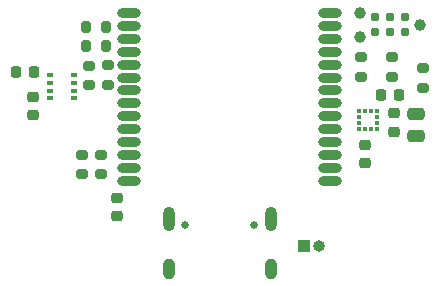
<source format=gbr>
%TF.GenerationSoftware,KiCad,Pcbnew,9.0.0*%
%TF.CreationDate,2025-06-13T20:30:42+03:00*%
%TF.ProjectId,BLE_sensors,424c455f-7365-46e7-936f-72732e6b6963,rev?*%
%TF.SameCoordinates,Original*%
%TF.FileFunction,Soldermask,Top*%
%TF.FilePolarity,Negative*%
%FSLAX46Y46*%
G04 Gerber Fmt 4.6, Leading zero omitted, Abs format (unit mm)*
G04 Created by KiCad (PCBNEW 9.0.0) date 2025-06-13 20:30:42*
%MOMM*%
%LPD*%
G01*
G04 APERTURE LIST*
G04 Aperture macros list*
%AMRoundRect*
0 Rectangle with rounded corners*
0 $1 Rounding radius*
0 $2 $3 $4 $5 $6 $7 $8 $9 X,Y pos of 4 corners*
0 Add a 4 corners polygon primitive as box body*
4,1,4,$2,$3,$4,$5,$6,$7,$8,$9,$2,$3,0*
0 Add four circle primitives for the rounded corners*
1,1,$1+$1,$2,$3*
1,1,$1+$1,$4,$5*
1,1,$1+$1,$6,$7*
1,1,$1+$1,$8,$9*
0 Add four rect primitives between the rounded corners*
20,1,$1+$1,$2,$3,$4,$5,0*
20,1,$1+$1,$4,$5,$6,$7,0*
20,1,$1+$1,$6,$7,$8,$9,0*
20,1,$1+$1,$8,$9,$2,$3,0*%
G04 Aperture macros list end*
%ADD10RoundRect,0.225000X-0.225000X-0.250000X0.225000X-0.250000X0.225000X0.250000X-0.225000X0.250000X0*%
%ADD11RoundRect,0.225000X-0.250000X0.225000X-0.250000X-0.225000X0.250000X-0.225000X0.250000X0.225000X0*%
%ADD12R,1.000000X1.000000*%
%ADD13O,1.000000X1.000000*%
%ADD14R,0.381000X0.355600*%
%ADD15R,0.355600X0.381000*%
%ADD16RoundRect,0.200000X-0.275000X0.200000X-0.275000X-0.200000X0.275000X-0.200000X0.275000X0.200000X0*%
%ADD17RoundRect,0.200000X0.275000X-0.200000X0.275000X0.200000X-0.275000X0.200000X-0.275000X-0.200000X0*%
%ADD18RoundRect,0.200000X-0.200000X-0.275000X0.200000X-0.275000X0.200000X0.275000X-0.200000X0.275000X0*%
%ADD19R,0.500000X0.350000*%
%ADD20RoundRect,0.225000X0.225000X0.250000X-0.225000X0.250000X-0.225000X-0.250000X0.225000X-0.250000X0*%
%ADD21C,0.990600*%
%ADD22C,0.787400*%
%ADD23RoundRect,0.250000X-0.475000X0.250000X-0.475000X-0.250000X0.475000X-0.250000X0.475000X0.250000X0*%
%ADD24O,2.000000X0.800000*%
%ADD25C,0.650000*%
%ADD26O,1.000000X1.800000*%
%ADD27O,1.000000X2.100000*%
G04 APERTURE END LIST*
D10*
%TO.C,C6*%
X154125000Y-76225000D03*
X155675000Y-76225000D03*
%TD*%
D11*
%TO.C,C3*%
X152775000Y-80475000D03*
X152775000Y-82025000D03*
%TD*%
D12*
%TO.C,J2*%
X147580000Y-89050000D03*
D13*
X148850000Y-89050000D03*
%TD*%
D14*
%TO.C,U2*%
X152250000Y-77624874D03*
X152250000Y-78125000D03*
X152250000Y-78625126D03*
X152250000Y-79125252D03*
D15*
X152761937Y-79137063D03*
X153262063Y-79137063D03*
D14*
X153774000Y-79125252D03*
X153774000Y-78625126D03*
X153774000Y-78125000D03*
X153774000Y-77624874D03*
D15*
X153262063Y-77613063D03*
X152761937Y-77613063D03*
%TD*%
D16*
%TO.C,R14*%
X128800000Y-81330000D03*
X128800000Y-82980000D03*
%TD*%
D17*
%TO.C,R10*%
X130400000Y-82980000D03*
X130400000Y-81330000D03*
%TD*%
%TO.C,R1*%
X131000000Y-75365000D03*
X131000000Y-73715000D03*
%TD*%
D18*
%TO.C,R16*%
X129175000Y-72070000D03*
X130825000Y-72070000D03*
%TD*%
D19*
%TO.C,U1*%
X128125000Y-74585000D03*
X128125000Y-75235000D03*
X128125000Y-75885000D03*
X128125000Y-76535000D03*
X126075000Y-76535000D03*
X126075000Y-75885000D03*
X126075000Y-75235000D03*
X126075000Y-74585000D03*
%TD*%
D16*
%TO.C,R17*%
X157700000Y-73975000D03*
X157700000Y-75625000D03*
%TD*%
D20*
%TO.C,C2*%
X124755000Y-74310000D03*
X123205000Y-74310000D03*
%TD*%
D21*
%TO.C,J1*%
X157440000Y-70300000D03*
X152360000Y-71316000D03*
X152360000Y-69284000D03*
D22*
X156170000Y-69665000D03*
X156170000Y-70935000D03*
X154900000Y-69665000D03*
X154900000Y-70935000D03*
X153630000Y-69665000D03*
X153630000Y-70935000D03*
%TD*%
D11*
%TO.C,C1*%
X124700000Y-76385000D03*
X124700000Y-77935000D03*
%TD*%
%TO.C,C4*%
X155200000Y-77800000D03*
X155200000Y-79350000D03*
%TD*%
D23*
%TO.C,C5*%
X157050000Y-77850000D03*
X157050000Y-79750000D03*
%TD*%
D17*
%TO.C,R2*%
X129430000Y-75435000D03*
X129430000Y-73785000D03*
%TD*%
D18*
%TO.C,R15*%
X129175000Y-70500000D03*
X130825000Y-70500000D03*
%TD*%
D16*
%TO.C,R18*%
X152400000Y-73075000D03*
X152400000Y-74725000D03*
%TD*%
D24*
%TO.C,U4*%
X132800000Y-69310000D03*
X132800000Y-70410000D03*
X132800000Y-71520000D03*
X132800000Y-72620000D03*
X132800000Y-73720000D03*
X132800000Y-74820000D03*
X132800000Y-75830000D03*
X132800000Y-76930000D03*
X132800000Y-78030000D03*
X132800000Y-79130000D03*
X132800000Y-80240000D03*
X132800000Y-81340000D03*
X132800000Y-82440000D03*
X132800000Y-83540000D03*
X149800000Y-83540000D03*
X149800000Y-82440000D03*
X149800000Y-81340000D03*
X149800000Y-80240000D03*
X149800000Y-79130000D03*
X149800000Y-78030000D03*
X149800000Y-76930000D03*
X149800000Y-75830000D03*
X149800000Y-74820000D03*
X149800000Y-73720000D03*
X149800000Y-72620000D03*
X149800000Y-71520000D03*
X149800000Y-70410000D03*
X149800000Y-69310000D03*
%TD*%
D11*
%TO.C,C14*%
X131770000Y-84935000D03*
X131770000Y-86485000D03*
%TD*%
D16*
%TO.C,R19*%
X155100000Y-73075000D03*
X155100000Y-74725000D03*
%TD*%
D25*
%TO.C,J3*%
X143352000Y-87265000D03*
X137572000Y-87265000D03*
D26*
X144782000Y-90945000D03*
D27*
X144782000Y-86745000D03*
D26*
X136142000Y-90945000D03*
D27*
X136142000Y-86745000D03*
%TD*%
M02*

</source>
